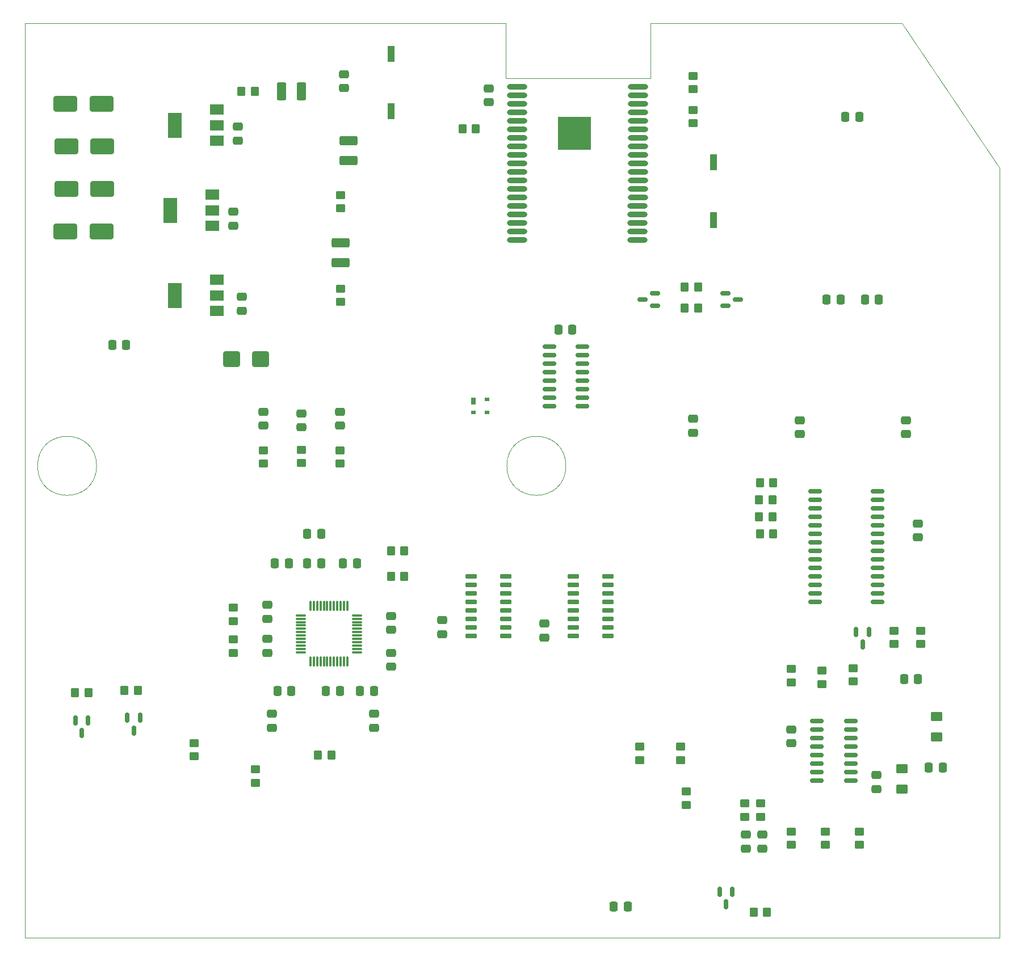
<source format=gbr>
G04 #@! TF.GenerationSoftware,KiCad,Pcbnew,7.0.1*
G04 #@! TF.CreationDate,2023-04-22T18:43:01+03:00*
G04 #@! TF.ProjectId,esp_radio,6573705f-7261-4646-996f-2e6b69636164,rev?*
G04 #@! TF.SameCoordinates,Original*
G04 #@! TF.FileFunction,Paste,Top*
G04 #@! TF.FilePolarity,Positive*
%FSLAX46Y46*%
G04 Gerber Fmt 4.6, Leading zero omitted, Abs format (unit mm)*
G04 Created by KiCad (PCBNEW 7.0.1) date 2023-04-22 18:43:01*
%MOMM*%
%LPD*%
G01*
G04 APERTURE LIST*
G04 Aperture macros list*
%AMRoundRect*
0 Rectangle with rounded corners*
0 $1 Rounding radius*
0 $2 $3 $4 $5 $6 $7 $8 $9 X,Y pos of 4 corners*
0 Add a 4 corners polygon primitive as box body*
4,1,4,$2,$3,$4,$5,$6,$7,$8,$9,$2,$3,0*
0 Add four circle primitives for the rounded corners*
1,1,$1+$1,$2,$3*
1,1,$1+$1,$4,$5*
1,1,$1+$1,$6,$7*
1,1,$1+$1,$8,$9*
0 Add four rect primitives between the rounded corners*
20,1,$1+$1,$2,$3,$4,$5,0*
20,1,$1+$1,$4,$5,$6,$7,0*
20,1,$1+$1,$6,$7,$8,$9,0*
20,1,$1+$1,$8,$9,$2,$3,0*%
G04 Aperture macros list end*
%ADD10RoundRect,0.250000X0.450000X-0.350000X0.450000X0.350000X-0.450000X0.350000X-0.450000X-0.350000X0*%
%ADD11RoundRect,0.250000X-0.350000X-0.450000X0.350000X-0.450000X0.350000X0.450000X-0.350000X0.450000X0*%
%ADD12RoundRect,0.250000X0.350000X0.450000X-0.350000X0.450000X-0.350000X-0.450000X0.350000X-0.450000X0*%
%ADD13RoundRect,0.250000X0.475000X-0.337500X0.475000X0.337500X-0.475000X0.337500X-0.475000X-0.337500X0*%
%ADD14RoundRect,0.250000X-0.450000X0.350000X-0.450000X-0.350000X0.450000X-0.350000X0.450000X0.350000X0*%
%ADD15RoundRect,0.150000X-0.150000X0.587500X-0.150000X-0.587500X0.150000X-0.587500X0.150000X0.587500X0*%
%ADD16R,2.000000X1.500000*%
%ADD17R,2.000000X3.800000*%
%ADD18R,1.120000X2.440000*%
%ADD19RoundRect,0.250000X-0.337500X-0.475000X0.337500X-0.475000X0.337500X0.475000X-0.337500X0.475000X0*%
%ADD20RoundRect,0.250001X0.624999X-0.462499X0.624999X0.462499X-0.624999X0.462499X-0.624999X-0.462499X0*%
%ADD21RoundRect,0.250000X0.337500X0.475000X-0.337500X0.475000X-0.337500X-0.475000X0.337500X-0.475000X0*%
%ADD22RoundRect,0.075000X-0.662500X-0.075000X0.662500X-0.075000X0.662500X0.075000X-0.662500X0.075000X0*%
%ADD23RoundRect,0.075000X-0.075000X-0.662500X0.075000X-0.662500X0.075000X0.662500X-0.075000X0.662500X0*%
%ADD24RoundRect,0.150000X0.587500X0.150000X-0.587500X0.150000X-0.587500X-0.150000X0.587500X-0.150000X0*%
%ADD25RoundRect,0.250001X-1.074999X0.462499X-1.074999X-0.462499X1.074999X-0.462499X1.074999X0.462499X0*%
%ADD26RoundRect,0.250000X-0.475000X0.337500X-0.475000X-0.337500X0.475000X-0.337500X0.475000X0.337500X0*%
%ADD27RoundRect,0.150000X0.850000X0.150000X-0.850000X0.150000X-0.850000X-0.150000X0.850000X-0.150000X0*%
%ADD28RoundRect,0.150000X0.725000X0.150000X-0.725000X0.150000X-0.725000X-0.150000X0.725000X-0.150000X0*%
%ADD29RoundRect,0.250001X-0.624999X0.462499X-0.624999X-0.462499X0.624999X-0.462499X0.624999X0.462499X0*%
%ADD30RoundRect,0.250001X0.462499X1.074999X-0.462499X1.074999X-0.462499X-1.074999X0.462499X-1.074999X0*%
%ADD31RoundRect,0.150000X-0.825000X-0.150000X0.825000X-0.150000X0.825000X0.150000X-0.825000X0.150000X0*%
%ADD32O,3.000000X0.900000*%
%ADD33R,5.000000X5.000000*%
%ADD34RoundRect,0.250000X-1.500000X-0.900000X1.500000X-0.900000X1.500000X0.900000X-1.500000X0.900000X0*%
%ADD35RoundRect,0.250000X-1.000000X-0.900000X1.000000X-0.900000X1.000000X0.900000X-1.000000X0.900000X0*%
%ADD36RoundRect,0.250000X1.500000X0.900000X-1.500000X0.900000X-1.500000X-0.900000X1.500000X-0.900000X0*%
%ADD37R,0.700000X1.000000*%
%ADD38R,0.700000X0.600000*%
%ADD39RoundRect,0.150000X-0.587500X-0.150000X0.587500X-0.150000X0.587500X0.150000X-0.587500X0.150000X0*%
%ADD40RoundRect,0.150000X0.875000X0.150000X-0.875000X0.150000X-0.875000X-0.150000X0.875000X-0.150000X0*%
G04 #@! TA.AperFunction,Profile*
%ADD41C,0.100000*%
G04 #@! TD*
G04 APERTURE END LIST*
D10*
X204470000Y-117443000D03*
X204470000Y-115443000D03*
D11*
X199820000Y-87630000D03*
X201820000Y-87630000D03*
D12*
X135890000Y-128270000D03*
X133890000Y-128270000D03*
D13*
X159385000Y-30882500D03*
X159385000Y-28807500D03*
D14*
X209550000Y-139700000D03*
X209550000Y-141700000D03*
D10*
X125730000Y-84820000D03*
X125730000Y-82820000D03*
X181864000Y-129032000D03*
X181864000Y-127032000D03*
D12*
X146780000Y-97790000D03*
X144780000Y-97790000D03*
D15*
X195719500Y-148729500D03*
X193819500Y-148729500D03*
X194769500Y-150604500D03*
D12*
X190595000Y-61595000D03*
X188595000Y-61595000D03*
D10*
X137270000Y-46720000D03*
X137270000Y-44720000D03*
D16*
X118830000Y-36590000D03*
X118830000Y-34290000D03*
D17*
X112530000Y-34290000D03*
D16*
X118830000Y-31990000D03*
D18*
X144780000Y-23635000D03*
X144780000Y-32245000D03*
D19*
X169777500Y-64770000D03*
X171852500Y-64770000D03*
D20*
X226187000Y-125566500D03*
X226187000Y-122591500D03*
D21*
X129942500Y-118745000D03*
X127867500Y-118745000D03*
D13*
X144780000Y-109622500D03*
X144780000Y-107547500D03*
D21*
X180107500Y-150876000D03*
X178032500Y-150876000D03*
X134387500Y-95250000D03*
X132312500Y-95250000D03*
D22*
X131382500Y-107457500D03*
X131382500Y-107957500D03*
X131382500Y-108457500D03*
X131382500Y-108957500D03*
X131382500Y-109457500D03*
X131382500Y-109957500D03*
X131382500Y-110457500D03*
X131382500Y-110957500D03*
X131382500Y-111457500D03*
X131382500Y-111957500D03*
X131382500Y-112457500D03*
X131382500Y-112957500D03*
D23*
X132795000Y-114370000D03*
X133295000Y-114370000D03*
X133795000Y-114370000D03*
X134295000Y-114370000D03*
X134795000Y-114370000D03*
X135295000Y-114370000D03*
X135795000Y-114370000D03*
X136295000Y-114370000D03*
X136795000Y-114370000D03*
X137295000Y-114370000D03*
X137795000Y-114370000D03*
X138295000Y-114370000D03*
D22*
X139707500Y-112957500D03*
X139707500Y-112457500D03*
X139707500Y-111957500D03*
X139707500Y-111457500D03*
X139707500Y-110957500D03*
X139707500Y-110457500D03*
X139707500Y-109957500D03*
X139707500Y-109457500D03*
X139707500Y-108957500D03*
X139707500Y-108457500D03*
X139707500Y-107957500D03*
X139707500Y-107457500D03*
D23*
X138295000Y-106045000D03*
X137795000Y-106045000D03*
X137295000Y-106045000D03*
X136795000Y-106045000D03*
X136295000Y-106045000D03*
X135795000Y-106045000D03*
X135295000Y-106045000D03*
X134795000Y-106045000D03*
X134295000Y-106045000D03*
X133795000Y-106045000D03*
X133295000Y-106045000D03*
X132795000Y-106045000D03*
D14*
X124587000Y-130461000D03*
X124587000Y-132461000D03*
X204470000Y-139700000D03*
X204470000Y-141700000D03*
D24*
X184182500Y-61275000D03*
X184182500Y-59375000D03*
X182307500Y-60325000D03*
D19*
X127465000Y-99695000D03*
X129540000Y-99695000D03*
D25*
X137270000Y-51852500D03*
X137270000Y-54827500D03*
D26*
X221615000Y-78337500D03*
X221615000Y-80412500D03*
X122555000Y-59922500D03*
X122555000Y-61997500D03*
D14*
X197609600Y-135519500D03*
X197609600Y-137519500D03*
D18*
X192900000Y-48480000D03*
X192900000Y-39870000D03*
D14*
X199898000Y-135519500D03*
X199898000Y-137519500D03*
D10*
X189865000Y-34020000D03*
X189865000Y-32020000D03*
D26*
X126365000Y-105875000D03*
X126365000Y-107950000D03*
D16*
X118830000Y-61990000D03*
X118830000Y-59690000D03*
D17*
X112530000Y-59690000D03*
D16*
X118830000Y-57390000D03*
D27*
X213360000Y-132080000D03*
X213360000Y-130810000D03*
X213360000Y-129540000D03*
X213360000Y-128270000D03*
X213360000Y-127000000D03*
X213360000Y-125730000D03*
X213360000Y-124460000D03*
X213360000Y-123190000D03*
X208360000Y-123190000D03*
X208360000Y-124460000D03*
X208360000Y-125730000D03*
X208360000Y-127000000D03*
X208360000Y-128270000D03*
X208360000Y-129540000D03*
X208360000Y-130810000D03*
X208360000Y-132080000D03*
D28*
X177165000Y-110490000D03*
X177165000Y-109220000D03*
X177165000Y-107950000D03*
X177165000Y-106680000D03*
X177165000Y-105410000D03*
X177165000Y-104140000D03*
X177165000Y-102870000D03*
X177165000Y-101600000D03*
X172015000Y-101600000D03*
X172015000Y-102870000D03*
X172015000Y-104140000D03*
X172015000Y-105410000D03*
X172015000Y-106680000D03*
X172015000Y-107950000D03*
X172015000Y-109220000D03*
X172015000Y-110490000D03*
D13*
X204470000Y-126535000D03*
X204470000Y-124460000D03*
D14*
X188849000Y-133747000D03*
X188849000Y-135747000D03*
D19*
X135085000Y-118745000D03*
X137160000Y-118745000D03*
D11*
X199725000Y-90170000D03*
X201725000Y-90170000D03*
D26*
X121285000Y-47222500D03*
X121285000Y-49297500D03*
D29*
X220980000Y-130375000D03*
X220980000Y-133350000D03*
D11*
X199820000Y-95250000D03*
X201820000Y-95250000D03*
D26*
X142240000Y-122152500D03*
X142240000Y-124227500D03*
D13*
X152400000Y-110257500D03*
X152400000Y-108182500D03*
X217170000Y-133350000D03*
X217170000Y-131275000D03*
D14*
X214630000Y-139700000D03*
X214630000Y-141700000D03*
D10*
X131445000Y-84725000D03*
X131445000Y-82725000D03*
D30*
X131445000Y-29210000D03*
X128470000Y-29210000D03*
D31*
X168405000Y-67310000D03*
X168405000Y-68580000D03*
X168405000Y-69850000D03*
X168405000Y-71120000D03*
X168405000Y-72390000D03*
X168405000Y-73660000D03*
X168405000Y-74930000D03*
X168405000Y-76200000D03*
X173355000Y-76200000D03*
X173355000Y-74930000D03*
X173355000Y-73660000D03*
X173355000Y-72390000D03*
X173355000Y-71120000D03*
X173355000Y-69850000D03*
X173355000Y-68580000D03*
X173355000Y-67310000D03*
D13*
X167640000Y-110744000D03*
X167640000Y-108669000D03*
D32*
X163580000Y-28575000D03*
X163580000Y-29845000D03*
X163580000Y-31115000D03*
X163580000Y-32385000D03*
X163580000Y-33655000D03*
X163580000Y-34925000D03*
X163580000Y-36195000D03*
X163580000Y-37465000D03*
X163580000Y-38735000D03*
X163580000Y-40005000D03*
X163580000Y-41275000D03*
X163580000Y-42545000D03*
X163580000Y-43815000D03*
X163580000Y-45085000D03*
X163580000Y-46385000D03*
X163580000Y-47655000D03*
X163580000Y-48925000D03*
X163580000Y-50195000D03*
X163580000Y-51465000D03*
X181580000Y-51465000D03*
X181580000Y-50195000D03*
X181580000Y-48925000D03*
X181580000Y-47655000D03*
X181580000Y-46385000D03*
X181610000Y-45085000D03*
X181610000Y-43815000D03*
X181610000Y-42545000D03*
X181610000Y-41275000D03*
X181610000Y-40005000D03*
X181610000Y-38735000D03*
X181610000Y-37465000D03*
X181610000Y-36195000D03*
X181610000Y-34925000D03*
X181610000Y-33655000D03*
X181610000Y-32385000D03*
X181610000Y-31115000D03*
X181610000Y-29845000D03*
X181610000Y-28575000D03*
D33*
X172180000Y-35495000D03*
D10*
X137270000Y-60690000D03*
X137270000Y-58690000D03*
D19*
X103208000Y-67056000D03*
X105283000Y-67056000D03*
D13*
X197739000Y-142240000D03*
X197739000Y-140165000D03*
D15*
X99613000Y-123160000D03*
X97713000Y-123160000D03*
X98663000Y-125035000D03*
D34*
X96200000Y-50165000D03*
X101600000Y-50165000D03*
D13*
X144780000Y-115105000D03*
X144780000Y-113030000D03*
D11*
X199725000Y-92710000D03*
X201725000Y-92710000D03*
X105061000Y-118618000D03*
X107061000Y-118618000D03*
D13*
X125730000Y-79142500D03*
X125730000Y-77067500D03*
D14*
X219837000Y-109744000D03*
X219837000Y-111744000D03*
D25*
X138430000Y-36612500D03*
X138430000Y-39587500D03*
D26*
X137795000Y-26670000D03*
X137795000Y-28745000D03*
D13*
X127000000Y-124227500D03*
X127000000Y-122152500D03*
D11*
X97663000Y-119017500D03*
X99663000Y-119017500D03*
D13*
X131445000Y-79375000D03*
X131445000Y-77300000D03*
D14*
X115443000Y-126492000D03*
X115443000Y-128492000D03*
D11*
X122460000Y-29210000D03*
X124460000Y-29210000D03*
D19*
X221339500Y-116967000D03*
X223414500Y-116967000D03*
D21*
X227097500Y-130175000D03*
X225022500Y-130175000D03*
D14*
X213741000Y-115332000D03*
X213741000Y-117332000D03*
D19*
X140165000Y-118745000D03*
X142240000Y-118745000D03*
D16*
X118170000Y-49290000D03*
X118170000Y-46990000D03*
D17*
X111870000Y-46990000D03*
D16*
X118170000Y-44690000D03*
D26*
X223393000Y-93726000D03*
X223393000Y-95801000D03*
D15*
X216088000Y-109933500D03*
X214188000Y-109933500D03*
X215138000Y-111808500D03*
D10*
X137160000Y-84820000D03*
X137160000Y-82820000D03*
D15*
X107376000Y-122760500D03*
X105476000Y-122760500D03*
X106426000Y-124635500D03*
D35*
X121040000Y-69215000D03*
X125340000Y-69215000D03*
D14*
X209042000Y-115713000D03*
X209042000Y-117713000D03*
D36*
X101600000Y-31115000D03*
X96200000Y-31115000D03*
D14*
X223774000Y-109744000D03*
X223774000Y-111744000D03*
D34*
X96360000Y-37465000D03*
X101760000Y-37465000D03*
D11*
X188595000Y-58420000D03*
X190595000Y-58420000D03*
D10*
X187960000Y-129032000D03*
X187960000Y-127032000D03*
D19*
X137625000Y-99695000D03*
X139700000Y-99695000D03*
D26*
X121920000Y-34522500D03*
X121920000Y-36597500D03*
D14*
X189865000Y-26940000D03*
X189865000Y-28940000D03*
D13*
X137160000Y-79142500D03*
X137160000Y-77067500D03*
D14*
X121285000Y-111030000D03*
X121285000Y-113030000D03*
D36*
X101760000Y-43815000D03*
X96360000Y-43815000D03*
D37*
X157115000Y-75450000D03*
D38*
X157115000Y-77150000D03*
X159115000Y-77150000D03*
X159115000Y-75250000D03*
D39*
X194705000Y-59375000D03*
X194705000Y-61275000D03*
X196580000Y-60325000D03*
D21*
X217572500Y-60325000D03*
X215497500Y-60325000D03*
X214630000Y-33020000D03*
X212555000Y-33020000D03*
D28*
X161925000Y-110490000D03*
X161925000Y-109220000D03*
X161925000Y-107950000D03*
X161925000Y-106680000D03*
X161925000Y-105410000D03*
X161925000Y-104140000D03*
X161925000Y-102870000D03*
X161925000Y-101600000D03*
X156775000Y-101600000D03*
X156775000Y-102870000D03*
X156775000Y-104140000D03*
X156775000Y-105410000D03*
X156775000Y-106680000D03*
X156775000Y-107950000D03*
X156775000Y-109220000D03*
X156775000Y-110490000D03*
D11*
X155464000Y-34798000D03*
X157464000Y-34798000D03*
D26*
X205740000Y-78337500D03*
X205740000Y-80412500D03*
D40*
X217375000Y-105410000D03*
X217375000Y-104140000D03*
X217375000Y-102870000D03*
X217375000Y-101600000D03*
X217375000Y-100330000D03*
X217375000Y-99060000D03*
X217375000Y-97790000D03*
X217375000Y-96520000D03*
X217375000Y-95250000D03*
X217375000Y-93980000D03*
X217375000Y-92710000D03*
X217375000Y-91440000D03*
X217375000Y-90170000D03*
X217375000Y-88900000D03*
X208075000Y-88900000D03*
X208075000Y-90170000D03*
X208075000Y-91440000D03*
X208075000Y-92710000D03*
X208075000Y-93980000D03*
X208075000Y-95250000D03*
X208075000Y-96520000D03*
X208075000Y-97790000D03*
X208075000Y-99060000D03*
X208075000Y-100330000D03*
X208075000Y-101600000D03*
X208075000Y-102870000D03*
X208075000Y-104140000D03*
X208075000Y-105410000D03*
D12*
X200898000Y-151765000D03*
X198898000Y-151765000D03*
D14*
X121285000Y-106315000D03*
X121285000Y-108315000D03*
D19*
X132312500Y-99695000D03*
X134387500Y-99695000D03*
D26*
X189865000Y-78105000D03*
X189865000Y-80180000D03*
D12*
X146780000Y-101600000D03*
X144780000Y-101600000D03*
D13*
X200152000Y-142240000D03*
X200152000Y-140165000D03*
X126365000Y-113030000D03*
X126365000Y-110955000D03*
D19*
X209782500Y-60325000D03*
X211857500Y-60325000D03*
D41*
X161925000Y-27305000D02*
X183519532Y-27305000D01*
X183519532Y-19050000D01*
X220980000Y-19050000D01*
X235589532Y-40640000D01*
X235589532Y-155575000D01*
X90174532Y-155575000D01*
X90174532Y-19050000D01*
X161925000Y-19050000D01*
X161925000Y-27305000D01*
X170894309Y-85140000D02*
G75*
G03*
X170894309Y-85140000I-4405309J0D01*
G01*
X100894309Y-85140000D02*
G75*
G03*
X100894309Y-85140000I-4405309J0D01*
G01*
M02*

</source>
